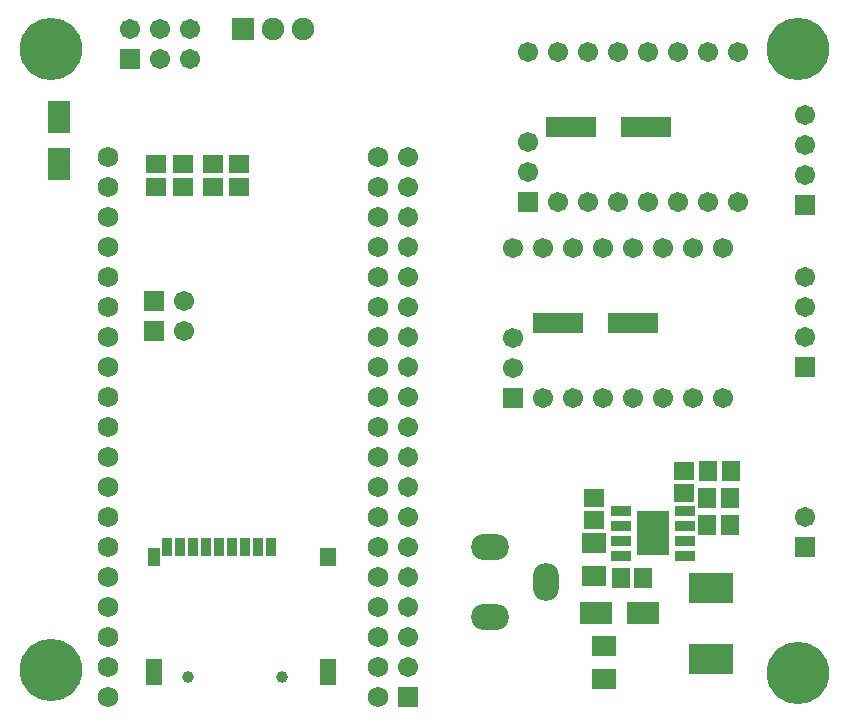
<source format=gbr>
G04 DipTrace 3.3.1.3*
G04 TopMask.gbr*
%MOIN*%
G04 #@! TF.FileFunction,Soldermask,Top*
G04 #@! TF.Part,Single*
%ADD51C,0.03937*%
%ADD61C,0.068*%
%ADD63R,0.11115X0.146189*%
%ADD65R,0.070992X0.032016*%
%ADD67C,0.067*%
%ADD69R,0.067X0.067*%
%ADD71C,0.208*%
%ADD73R,0.145795X0.10052*%
%ADD75R,0.039496X0.063118*%
%ADD77R,0.055244X0.063118*%
%ADD79R,0.055244X0.08674*%
%ADD81R,0.035559X0.059181*%
%ADD83O,0.08674X0.12611*%
%ADD85O,0.12611X0.08674*%
%ADD87C,0.074929*%
%ADD89R,0.074929X0.074929*%
%ADD91C,0.067055*%
%ADD93R,0.067055X0.067055*%
%ADD95R,0.106425X0.074929*%
%ADD97R,0.074929X0.106425*%
%ADD99R,0.078866X0.070992*%
%ADD101R,0.059181X0.067055*%
%ADD103R,0.067055X0.059181*%
%ADD105R,0.171386X0.070992*%
%FSLAX26Y26*%
G04*
G70*
G90*
G75*
G01*
G04 TopMask*
%LPD*%
D105*
X2468700Y1687451D3*
X2220669D3*
X2512451Y2343700D3*
X2264419D3*
D103*
X881200Y2143700D3*
Y2218503D3*
X1156200Y2143700D3*
Y2218503D3*
D101*
X2503254Y838991D3*
X2428451D3*
D99*
X2341254Y845991D3*
Y956228D3*
X2374487Y612970D3*
Y502734D3*
D101*
X2718254Y1014991D3*
X2793057D3*
D97*
X556200Y2218700D3*
Y2376180D3*
D95*
X2503254Y721991D3*
X2345773D3*
D93*
X1718700Y443700D3*
D91*
Y543700D3*
Y643700D3*
Y743700D3*
Y843700D3*
Y943700D3*
Y1043700D3*
Y1143700D3*
Y1243700D3*
Y1343700D3*
Y1443700D3*
Y1543700D3*
Y1643700D3*
Y1743700D3*
Y1843700D3*
Y1943700D3*
Y2043700D3*
Y2143700D3*
Y2243700D3*
D93*
X3043700Y2081200D3*
D91*
Y2181200D3*
Y2281200D3*
Y2381200D3*
D93*
X793700Y2568700D3*
D91*
Y2668700D3*
X893700Y2568700D3*
Y2668700D3*
X993700Y2568700D3*
Y2668700D3*
D93*
X3043700Y1543700D3*
D91*
Y1643700D3*
Y1743700D3*
Y1843700D3*
D89*
X1168700Y2668700D3*
D87*
X1268700D3*
X1368700D3*
D85*
X1993700Y943700D3*
Y707480D3*
D83*
X2178739Y825590D3*
D81*
X1264700Y940700D3*
X1221393D3*
X1178086D3*
X1134779D3*
X1091472D3*
X1048165D3*
X1004857D3*
X961550D3*
X918243D3*
D79*
X1452889Y525346D3*
D77*
Y907235D3*
D75*
X874936D3*
D79*
Y525346D3*
D51*
X985566Y509598D3*
X1300527D3*
D93*
X874949Y1762451D3*
D91*
X974949D3*
D93*
X874949Y1662451D3*
D91*
X974949D3*
D73*
X2730700Y806700D3*
Y568511D3*
D71*
X531495Y531495D3*
X531501Y2603700D3*
X3019700Y523700D3*
Y2603700D3*
D103*
X968700Y2218503D3*
Y2143700D3*
X1068700Y2218503D3*
Y2143700D3*
X2640254Y1196991D3*
Y1122188D3*
D101*
X2796254Y1196991D3*
X2721451D3*
D103*
X2341254Y1105991D3*
Y1031188D3*
D101*
X2718254Y1105991D3*
X2793057D3*
D69*
X2068700Y1437451D3*
D67*
X2168700D3*
X2268700D3*
X2368700D3*
X2468700D3*
X2568700D3*
X2668700D3*
X2768700D3*
Y1937451D3*
X2668700D3*
X2568700D3*
X2468700D3*
X2368700D3*
X2268700D3*
X2168700D3*
X2068700D3*
Y1537451D3*
Y1637451D3*
D69*
X2118700Y2093700D3*
D67*
X2218700D3*
X2318700D3*
X2418700D3*
X2518700D3*
X2618700D3*
X2718700D3*
X2818700D3*
Y2593700D3*
X2718700D3*
X2618700D3*
X2518700D3*
X2418700D3*
X2318700D3*
X2218700D3*
X2118700D3*
Y2193700D3*
Y2293700D3*
D65*
X2643209Y912939D3*
Y962939D3*
Y1012939D3*
Y1062939D3*
X2430611D3*
Y1012939D3*
Y962939D3*
Y912939D3*
D63*
X2536910Y987939D3*
D61*
X718700Y443700D3*
Y543700D3*
Y643700D3*
Y743700D3*
Y843700D3*
Y943700D3*
Y1043700D3*
Y1143700D3*
Y1243700D3*
Y1343700D3*
Y1443700D3*
Y1543700D3*
Y1643700D3*
Y1743700D3*
Y1843700D3*
Y1943700D3*
Y2043700D3*
Y2143700D3*
Y2243700D3*
X1618700Y443700D3*
Y543700D3*
Y643700D3*
Y743700D3*
Y843700D3*
Y943700D3*
Y1043700D3*
Y1143700D3*
Y1243700D3*
Y1343700D3*
Y1443700D3*
Y1543700D3*
Y1643700D3*
Y1743700D3*
Y1843700D3*
Y1943700D3*
Y2043700D3*
Y2143700D3*
Y2243700D3*
D93*
X3043700Y943700D3*
D91*
Y1043700D3*
M02*

</source>
